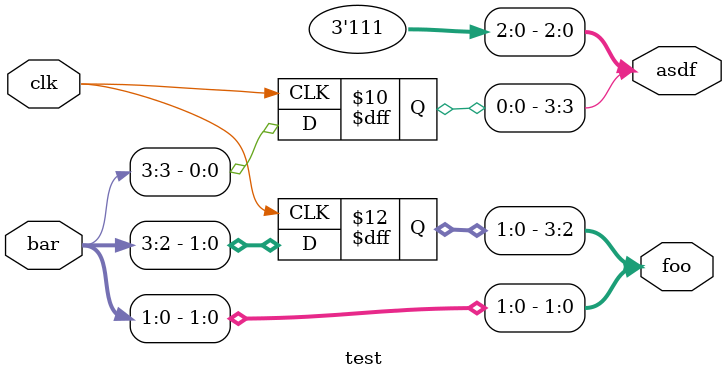
<source format=v>
module test(input clk, input [3:0] bar, output [3:0] foo, asdf);
  reg [3:0] foo = 0;
  reg [3:0] last_bar = 0;
  reg [3:0] asdf = 4'b1xxx;

  always @*
    foo[1:0] <= bar[1:0];

  always @(posedge clk)
    foo[3:2] <= bar[3:2];

  always @(posedge clk)
    last_bar <= bar;

  always @(posedge clk)
    asdf[3] <= bar[3];
  always @*
    asdf[2:0] = 3'b111;

  assert property (foo == {last_bar[3:2], bar[1:0]});
endmodule

</source>
